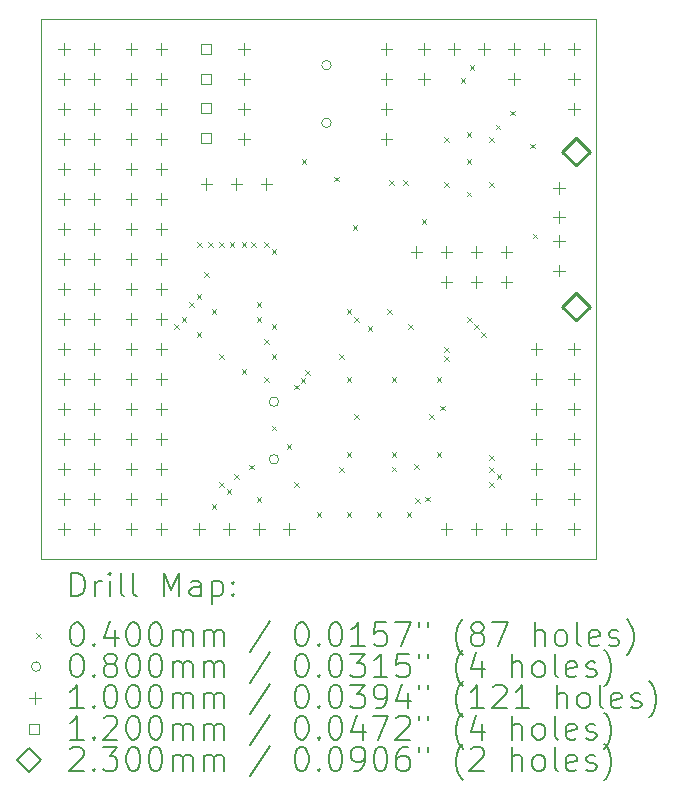
<source format=gbr>
%TF.GenerationSoftware,KiCad,Pcbnew,6.0.8-f2edbf62ab~116~ubuntu22.04.1*%
%TF.CreationDate,2022-10-13T10:44:43+02:00*%
%TF.ProjectId,Floppy emulator with OSD,466c6f70-7079-4206-956d-756c61746f72,0.2*%
%TF.SameCoordinates,Original*%
%TF.FileFunction,Drillmap*%
%TF.FilePolarity,Positive*%
%FSLAX45Y45*%
G04 Gerber Fmt 4.5, Leading zero omitted, Abs format (unit mm)*
G04 Created by KiCad (PCBNEW 6.0.8-f2edbf62ab~116~ubuntu22.04.1) date 2022-10-13 10:44:43*
%MOMM*%
%LPD*%
G01*
G04 APERTURE LIST*
%ADD10C,0.100000*%
%ADD11C,0.200000*%
%ADD12C,0.040000*%
%ADD13C,0.080000*%
%ADD14C,0.120000*%
%ADD15C,0.230000*%
G04 APERTURE END LIST*
D10*
X8699500Y-15240000D02*
X13398500Y-15240000D01*
X13398500Y-10668000D02*
X8699500Y-10668000D01*
X13398500Y-15240000D02*
X13398500Y-10668000D01*
X8699500Y-10668000D02*
X8699500Y-15240000D01*
D11*
D12*
X9822500Y-13251500D02*
X9862500Y-13291500D01*
X9862500Y-13251500D02*
X9822500Y-13291500D01*
X9886000Y-13188000D02*
X9926000Y-13228000D01*
X9926000Y-13188000D02*
X9886000Y-13228000D01*
X9949500Y-13061000D02*
X9989500Y-13101000D01*
X9989500Y-13061000D02*
X9949500Y-13101000D01*
X10013000Y-12997500D02*
X10053000Y-13037500D01*
X10053000Y-12997500D02*
X10013000Y-13037500D01*
X10013000Y-13315000D02*
X10053000Y-13355000D01*
X10053000Y-13315000D02*
X10013000Y-13355000D01*
X10019350Y-12553000D02*
X10059350Y-12593000D01*
X10059350Y-12553000D02*
X10019350Y-12593000D01*
X10076500Y-12807000D02*
X10116500Y-12847000D01*
X10116500Y-12807000D02*
X10076500Y-12847000D01*
X10108250Y-12553000D02*
X10148250Y-12593000D01*
X10148250Y-12553000D02*
X10108250Y-12593000D01*
X10140000Y-13124500D02*
X10180000Y-13164500D01*
X10180000Y-13124500D02*
X10140000Y-13164500D01*
X10140000Y-14775500D02*
X10180000Y-14815500D01*
X10180000Y-14775500D02*
X10140000Y-14815500D01*
X10203500Y-12553000D02*
X10243500Y-12593000D01*
X10243500Y-12553000D02*
X10203500Y-12593000D01*
X10203500Y-13505500D02*
X10243500Y-13545500D01*
X10243500Y-13505500D02*
X10203500Y-13545500D01*
X10203500Y-14585000D02*
X10243500Y-14625000D01*
X10243500Y-14585000D02*
X10203500Y-14625000D01*
X10267000Y-14648500D02*
X10307000Y-14688500D01*
X10307000Y-14648500D02*
X10267000Y-14688500D01*
X10292400Y-12553000D02*
X10332400Y-12593000D01*
X10332400Y-12553000D02*
X10292400Y-12593000D01*
X10330500Y-14521500D02*
X10370500Y-14561500D01*
X10370500Y-14521500D02*
X10330500Y-14561500D01*
X10394000Y-12553000D02*
X10434000Y-12593000D01*
X10434000Y-12553000D02*
X10394000Y-12593000D01*
X10394000Y-13632500D02*
X10434000Y-13672500D01*
X10434000Y-13632500D02*
X10394000Y-13672500D01*
X10457500Y-14438950D02*
X10497500Y-14478950D01*
X10497500Y-14438950D02*
X10457500Y-14478950D01*
X10476550Y-12553000D02*
X10516550Y-12593000D01*
X10516550Y-12553000D02*
X10476550Y-12593000D01*
X10521000Y-13061000D02*
X10561000Y-13101000D01*
X10561000Y-13061000D02*
X10521000Y-13101000D01*
X10521000Y-13188000D02*
X10561000Y-13228000D01*
X10561000Y-13188000D02*
X10521000Y-13228000D01*
X10521000Y-14712000D02*
X10561000Y-14752000D01*
X10561000Y-14712000D02*
X10521000Y-14752000D01*
X10584500Y-12553000D02*
X10624500Y-12593000D01*
X10624500Y-12553000D02*
X10584500Y-12593000D01*
X10584500Y-13378500D02*
X10624500Y-13418500D01*
X10624500Y-13378500D02*
X10584500Y-13418500D01*
X10584500Y-13696000D02*
X10624500Y-13736000D01*
X10624500Y-13696000D02*
X10584500Y-13736000D01*
X10648000Y-12616500D02*
X10688000Y-12656500D01*
X10688000Y-12616500D02*
X10648000Y-12656500D01*
X10648000Y-13251501D02*
X10688000Y-13291501D01*
X10688000Y-13251501D02*
X10648000Y-13291501D01*
X10648000Y-13505500D02*
X10688000Y-13545500D01*
X10688000Y-13505500D02*
X10648000Y-13545500D01*
X10648000Y-14108750D02*
X10688000Y-14148750D01*
X10688000Y-14108750D02*
X10648000Y-14148750D01*
X10775000Y-14267500D02*
X10815000Y-14307500D01*
X10815000Y-14267500D02*
X10775000Y-14307500D01*
X10836375Y-13761457D02*
X10876375Y-13801457D01*
X10876375Y-13761457D02*
X10836375Y-13801457D01*
X10838500Y-14585000D02*
X10878500Y-14625000D01*
X10878500Y-14585000D02*
X10838500Y-14625000D01*
X10895221Y-13707260D02*
X10935221Y-13747260D01*
X10935221Y-13707260D02*
X10895221Y-13747260D01*
X10902000Y-11854500D02*
X10942000Y-11894500D01*
X10942000Y-11854500D02*
X10902000Y-11894500D01*
X10932788Y-13636628D02*
X10972788Y-13676628D01*
X10972788Y-13636628D02*
X10932788Y-13676628D01*
X11029000Y-14839000D02*
X11069000Y-14879000D01*
X11069000Y-14839000D02*
X11029000Y-14879000D01*
X11175050Y-12000550D02*
X11215050Y-12040550D01*
X11215050Y-12000550D02*
X11175050Y-12040550D01*
X11219500Y-13505500D02*
X11259500Y-13545500D01*
X11259500Y-13505500D02*
X11219500Y-13545500D01*
X11219500Y-14458000D02*
X11259500Y-14498000D01*
X11259500Y-14458000D02*
X11219500Y-14498000D01*
X11282999Y-14839000D02*
X11322999Y-14879000D01*
X11322999Y-14839000D02*
X11282999Y-14879000D01*
X11283000Y-13124500D02*
X11323000Y-13164500D01*
X11323000Y-13124500D02*
X11283000Y-13164500D01*
X11283000Y-13696000D02*
X11323000Y-13736000D01*
X11323000Y-13696000D02*
X11283000Y-13736000D01*
X11283000Y-14331000D02*
X11323000Y-14371000D01*
X11323000Y-14331000D02*
X11283000Y-14371000D01*
X11333800Y-12413300D02*
X11373800Y-12453300D01*
X11373800Y-12413300D02*
X11333800Y-12453300D01*
X11346500Y-13188000D02*
X11386500Y-13228000D01*
X11386500Y-13188000D02*
X11346500Y-13228000D01*
X11346500Y-14013500D02*
X11386500Y-14053500D01*
X11386500Y-14013500D02*
X11346500Y-14053500D01*
X11460914Y-13264086D02*
X11500914Y-13304086D01*
X11500914Y-13264086D02*
X11460914Y-13304086D01*
X11537001Y-14839000D02*
X11577001Y-14879000D01*
X11577001Y-14839000D02*
X11537001Y-14879000D01*
X11625900Y-13124500D02*
X11665900Y-13164500D01*
X11665900Y-13124500D02*
X11625900Y-13164500D01*
X11644950Y-12032300D02*
X11684950Y-12072300D01*
X11684950Y-12032300D02*
X11644950Y-12072300D01*
X11663580Y-14456148D02*
X11703580Y-14496148D01*
X11703580Y-14456148D02*
X11663580Y-14496148D01*
X11664000Y-13696000D02*
X11704000Y-13736000D01*
X11704000Y-13696000D02*
X11664000Y-13736000D01*
X11664000Y-14331000D02*
X11704000Y-14371000D01*
X11704000Y-14331000D02*
X11664000Y-14371000D01*
X11761631Y-12032221D02*
X11801631Y-12072221D01*
X11801631Y-12032221D02*
X11761631Y-12072221D01*
X11791000Y-14839000D02*
X11831000Y-14879000D01*
X11831000Y-14839000D02*
X11791000Y-14879000D01*
X11801500Y-13251500D02*
X11841500Y-13291500D01*
X11841500Y-13251500D02*
X11801500Y-13291500D01*
X11854500Y-14432600D02*
X11894500Y-14472600D01*
X11894500Y-14432600D02*
X11854500Y-14472600D01*
X11860850Y-14724700D02*
X11900850Y-14764700D01*
X11900850Y-14724700D02*
X11860850Y-14764700D01*
X11918000Y-12362500D02*
X11958000Y-12402500D01*
X11958000Y-12362500D02*
X11918000Y-12402500D01*
X11950089Y-14709754D02*
X11990089Y-14749754D01*
X11990089Y-14709754D02*
X11950089Y-14749754D01*
X11981500Y-14013500D02*
X12021500Y-14053500D01*
X12021500Y-14013500D02*
X11981500Y-14053500D01*
X12045000Y-13696000D02*
X12085000Y-13736000D01*
X12085000Y-13696000D02*
X12045000Y-13736000D01*
X12045000Y-14331000D02*
X12085000Y-14371000D01*
X12085000Y-14331000D02*
X12045000Y-14371000D01*
X12075508Y-13940963D02*
X12115508Y-13980963D01*
X12115508Y-13940963D02*
X12075508Y-13980963D01*
X12108500Y-11664000D02*
X12148500Y-11704000D01*
X12148500Y-11664000D02*
X12108500Y-11704000D01*
X12108500Y-12045000D02*
X12148500Y-12085000D01*
X12148500Y-12045000D02*
X12108500Y-12085000D01*
X12108500Y-13442000D02*
X12148500Y-13482000D01*
X12148500Y-13442000D02*
X12108500Y-13482000D01*
X12108500Y-13522000D02*
X12148500Y-13562000D01*
X12148500Y-13522000D02*
X12108500Y-13562000D01*
X12247944Y-11168444D02*
X12287944Y-11208444D01*
X12287944Y-11168444D02*
X12247944Y-11208444D01*
X12299000Y-11622759D02*
X12339000Y-11662759D01*
X12339000Y-11622759D02*
X12299000Y-11662759D01*
X12299000Y-11854500D02*
X12339000Y-11894500D01*
X12339000Y-11854500D02*
X12299000Y-11894500D01*
X12299000Y-12127550D02*
X12339000Y-12167550D01*
X12339000Y-12127550D02*
X12299000Y-12167550D01*
X12305350Y-13188000D02*
X12345350Y-13228000D01*
X12345350Y-13188000D02*
X12305350Y-13228000D01*
X12324400Y-11054400D02*
X12364400Y-11094400D01*
X12364400Y-11054400D02*
X12324400Y-11094400D01*
X12362500Y-13251500D02*
X12402500Y-13291500D01*
X12402500Y-13251500D02*
X12362500Y-13291500D01*
X12419650Y-13315000D02*
X12459650Y-13355000D01*
X12459650Y-13315000D02*
X12419650Y-13355000D01*
X12489500Y-11664000D02*
X12529500Y-11704000D01*
X12529500Y-11664000D02*
X12489500Y-11704000D01*
X12489500Y-12045000D02*
X12529500Y-12085000D01*
X12529500Y-12045000D02*
X12489500Y-12085000D01*
X12489500Y-14356400D02*
X12529500Y-14396400D01*
X12529500Y-14356400D02*
X12489500Y-14396400D01*
X12489500Y-14458000D02*
X12529500Y-14498000D01*
X12529500Y-14458000D02*
X12489500Y-14498000D01*
X12489500Y-14585000D02*
X12529500Y-14625000D01*
X12529500Y-14585000D02*
X12489500Y-14625000D01*
X12545135Y-11560309D02*
X12585135Y-11600309D01*
X12585135Y-11560309D02*
X12545135Y-11600309D01*
X12553000Y-14521500D02*
X12593000Y-14561500D01*
X12593000Y-14521500D02*
X12553000Y-14561500D01*
X12667300Y-11441750D02*
X12707300Y-11481750D01*
X12707300Y-11441750D02*
X12667300Y-11481750D01*
X12838950Y-11722154D02*
X12878950Y-11762154D01*
X12878950Y-11722154D02*
X12838950Y-11762154D01*
X12857800Y-12483150D02*
X12897800Y-12523150D01*
X12897800Y-12483150D02*
X12857800Y-12523150D01*
D13*
X10708000Y-13906500D02*
G75*
G03*
X10708000Y-13906500I-40000J0D01*
G01*
X10708000Y-14394500D02*
G75*
G03*
X10708000Y-14394500I-40000J0D01*
G01*
X11152500Y-11058000D02*
G75*
G03*
X11152500Y-11058000I-40000J0D01*
G01*
X11152500Y-11546000D02*
G75*
G03*
X11152500Y-11546000I-40000J0D01*
G01*
D10*
X8890000Y-10872000D02*
X8890000Y-10972000D01*
X8840000Y-10922000D02*
X8940000Y-10922000D01*
X8890000Y-11126000D02*
X8890000Y-11226000D01*
X8840000Y-11176000D02*
X8940000Y-11176000D01*
X8890000Y-11380000D02*
X8890000Y-11480000D01*
X8840000Y-11430000D02*
X8940000Y-11430000D01*
X8890000Y-11634000D02*
X8890000Y-11734000D01*
X8840000Y-11684000D02*
X8940000Y-11684000D01*
X8890000Y-11888000D02*
X8890000Y-11988000D01*
X8840000Y-11938000D02*
X8940000Y-11938000D01*
X8890000Y-12142000D02*
X8890000Y-12242000D01*
X8840000Y-12192000D02*
X8940000Y-12192000D01*
X8890000Y-12396000D02*
X8890000Y-12496000D01*
X8840000Y-12446000D02*
X8940000Y-12446000D01*
X8890000Y-12650000D02*
X8890000Y-12750000D01*
X8840000Y-12700000D02*
X8940000Y-12700000D01*
X8890000Y-12904000D02*
X8890000Y-13004000D01*
X8840000Y-12954000D02*
X8940000Y-12954000D01*
X8890000Y-13158000D02*
X8890000Y-13258000D01*
X8840000Y-13208000D02*
X8940000Y-13208000D01*
X8890000Y-13412000D02*
X8890000Y-13512000D01*
X8840000Y-13462000D02*
X8940000Y-13462000D01*
X8890000Y-13666000D02*
X8890000Y-13766000D01*
X8840000Y-13716000D02*
X8940000Y-13716000D01*
X8890000Y-13920000D02*
X8890000Y-14020000D01*
X8840000Y-13970000D02*
X8940000Y-13970000D01*
X8890000Y-14174000D02*
X8890000Y-14274000D01*
X8840000Y-14224000D02*
X8940000Y-14224000D01*
X8890000Y-14428000D02*
X8890000Y-14528000D01*
X8840000Y-14478000D02*
X8940000Y-14478000D01*
X8890000Y-14682000D02*
X8890000Y-14782000D01*
X8840000Y-14732000D02*
X8940000Y-14732000D01*
X8890000Y-14936000D02*
X8890000Y-15036000D01*
X8840000Y-14986000D02*
X8940000Y-14986000D01*
X9144000Y-10872000D02*
X9144000Y-10972000D01*
X9094000Y-10922000D02*
X9194000Y-10922000D01*
X9144000Y-11126000D02*
X9144000Y-11226000D01*
X9094000Y-11176000D02*
X9194000Y-11176000D01*
X9144000Y-11380000D02*
X9144000Y-11480000D01*
X9094000Y-11430000D02*
X9194000Y-11430000D01*
X9144000Y-11634000D02*
X9144000Y-11734000D01*
X9094000Y-11684000D02*
X9194000Y-11684000D01*
X9144000Y-11888000D02*
X9144000Y-11988000D01*
X9094000Y-11938000D02*
X9194000Y-11938000D01*
X9144000Y-12142000D02*
X9144000Y-12242000D01*
X9094000Y-12192000D02*
X9194000Y-12192000D01*
X9144000Y-12396000D02*
X9144000Y-12496000D01*
X9094000Y-12446000D02*
X9194000Y-12446000D01*
X9144000Y-12650000D02*
X9144000Y-12750000D01*
X9094000Y-12700000D02*
X9194000Y-12700000D01*
X9144000Y-12904000D02*
X9144000Y-13004000D01*
X9094000Y-12954000D02*
X9194000Y-12954000D01*
X9144000Y-13158000D02*
X9144000Y-13258000D01*
X9094000Y-13208000D02*
X9194000Y-13208000D01*
X9144000Y-13412000D02*
X9144000Y-13512000D01*
X9094000Y-13462000D02*
X9194000Y-13462000D01*
X9144000Y-13666000D02*
X9144000Y-13766000D01*
X9094000Y-13716000D02*
X9194000Y-13716000D01*
X9144000Y-13920000D02*
X9144000Y-14020000D01*
X9094000Y-13970000D02*
X9194000Y-13970000D01*
X9144000Y-14174000D02*
X9144000Y-14274000D01*
X9094000Y-14224000D02*
X9194000Y-14224000D01*
X9144000Y-14428000D02*
X9144000Y-14528000D01*
X9094000Y-14478000D02*
X9194000Y-14478000D01*
X9144000Y-14682000D02*
X9144000Y-14782000D01*
X9094000Y-14732000D02*
X9194000Y-14732000D01*
X9144000Y-14936000D02*
X9144000Y-15036000D01*
X9094000Y-14986000D02*
X9194000Y-14986000D01*
X9461500Y-10872000D02*
X9461500Y-10972000D01*
X9411500Y-10922000D02*
X9511500Y-10922000D01*
X9461500Y-11126000D02*
X9461500Y-11226000D01*
X9411500Y-11176000D02*
X9511500Y-11176000D01*
X9461500Y-11380000D02*
X9461500Y-11480000D01*
X9411500Y-11430000D02*
X9511500Y-11430000D01*
X9461500Y-11634000D02*
X9461500Y-11734000D01*
X9411500Y-11684000D02*
X9511500Y-11684000D01*
X9461500Y-11888000D02*
X9461500Y-11988000D01*
X9411500Y-11938000D02*
X9511500Y-11938000D01*
X9461500Y-12142000D02*
X9461500Y-12242000D01*
X9411500Y-12192000D02*
X9511500Y-12192000D01*
X9461500Y-12396000D02*
X9461500Y-12496000D01*
X9411500Y-12446000D02*
X9511500Y-12446000D01*
X9461500Y-12650000D02*
X9461500Y-12750000D01*
X9411500Y-12700000D02*
X9511500Y-12700000D01*
X9461500Y-12904000D02*
X9461500Y-13004000D01*
X9411500Y-12954000D02*
X9511500Y-12954000D01*
X9461500Y-13158000D02*
X9461500Y-13258000D01*
X9411500Y-13208000D02*
X9511500Y-13208000D01*
X9461500Y-13412000D02*
X9461500Y-13512000D01*
X9411500Y-13462000D02*
X9511500Y-13462000D01*
X9461500Y-13666000D02*
X9461500Y-13766000D01*
X9411500Y-13716000D02*
X9511500Y-13716000D01*
X9461500Y-13920000D02*
X9461500Y-14020000D01*
X9411500Y-13970000D02*
X9511500Y-13970000D01*
X9461500Y-14174000D02*
X9461500Y-14274000D01*
X9411500Y-14224000D02*
X9511500Y-14224000D01*
X9461500Y-14428000D02*
X9461500Y-14528000D01*
X9411500Y-14478000D02*
X9511500Y-14478000D01*
X9461500Y-14682000D02*
X9461500Y-14782000D01*
X9411500Y-14732000D02*
X9511500Y-14732000D01*
X9461500Y-14936000D02*
X9461500Y-15036000D01*
X9411500Y-14986000D02*
X9511500Y-14986000D01*
X9715500Y-10872000D02*
X9715500Y-10972000D01*
X9665500Y-10922000D02*
X9765500Y-10922000D01*
X9715500Y-11126000D02*
X9715500Y-11226000D01*
X9665500Y-11176000D02*
X9765500Y-11176000D01*
X9715500Y-11380000D02*
X9715500Y-11480000D01*
X9665500Y-11430000D02*
X9765500Y-11430000D01*
X9715500Y-11634000D02*
X9715500Y-11734000D01*
X9665500Y-11684000D02*
X9765500Y-11684000D01*
X9715500Y-11888000D02*
X9715500Y-11988000D01*
X9665500Y-11938000D02*
X9765500Y-11938000D01*
X9715500Y-12142000D02*
X9715500Y-12242000D01*
X9665500Y-12192000D02*
X9765500Y-12192000D01*
X9715500Y-12396000D02*
X9715500Y-12496000D01*
X9665500Y-12446000D02*
X9765500Y-12446000D01*
X9715500Y-12650000D02*
X9715500Y-12750000D01*
X9665500Y-12700000D02*
X9765500Y-12700000D01*
X9715500Y-12904000D02*
X9715500Y-13004000D01*
X9665500Y-12954000D02*
X9765500Y-12954000D01*
X9715500Y-13158000D02*
X9715500Y-13258000D01*
X9665500Y-13208000D02*
X9765500Y-13208000D01*
X9715500Y-13412000D02*
X9715500Y-13512000D01*
X9665500Y-13462000D02*
X9765500Y-13462000D01*
X9715500Y-13666000D02*
X9715500Y-13766000D01*
X9665500Y-13716000D02*
X9765500Y-13716000D01*
X9715500Y-13920000D02*
X9715500Y-14020000D01*
X9665500Y-13970000D02*
X9765500Y-13970000D01*
X9715500Y-14174000D02*
X9715500Y-14274000D01*
X9665500Y-14224000D02*
X9765500Y-14224000D01*
X9715500Y-14428000D02*
X9715500Y-14528000D01*
X9665500Y-14478000D02*
X9765500Y-14478000D01*
X9715500Y-14682000D02*
X9715500Y-14782000D01*
X9665500Y-14732000D02*
X9765500Y-14732000D01*
X9715500Y-14936000D02*
X9715500Y-15036000D01*
X9665500Y-14986000D02*
X9765500Y-14986000D01*
X10033000Y-14936000D02*
X10033000Y-15036000D01*
X9983000Y-14986000D02*
X10083000Y-14986000D01*
X10096500Y-12015000D02*
X10096500Y-12115000D01*
X10046500Y-12065000D02*
X10146500Y-12065000D01*
X10287000Y-14936000D02*
X10287000Y-15036000D01*
X10237000Y-14986000D02*
X10337000Y-14986000D01*
X10350500Y-12015000D02*
X10350500Y-12115000D01*
X10300500Y-12065000D02*
X10400500Y-12065000D01*
X10414000Y-10872000D02*
X10414000Y-10972000D01*
X10364000Y-10922000D02*
X10464000Y-10922000D01*
X10414000Y-11126000D02*
X10414000Y-11226000D01*
X10364000Y-11176000D02*
X10464000Y-11176000D01*
X10414000Y-11380000D02*
X10414000Y-11480000D01*
X10364000Y-11430000D02*
X10464000Y-11430000D01*
X10414000Y-11634000D02*
X10414000Y-11734000D01*
X10364000Y-11684000D02*
X10464000Y-11684000D01*
X10541000Y-14936000D02*
X10541000Y-15036000D01*
X10491000Y-14986000D02*
X10591000Y-14986000D01*
X10604500Y-12015000D02*
X10604500Y-12115000D01*
X10554500Y-12065000D02*
X10654500Y-12065000D01*
X10795000Y-14936000D02*
X10795000Y-15036000D01*
X10745000Y-14986000D02*
X10845000Y-14986000D01*
X11620500Y-10873000D02*
X11620500Y-10973000D01*
X11570500Y-10923000D02*
X11670500Y-10923000D01*
X11620500Y-11127000D02*
X11620500Y-11227000D01*
X11570500Y-11177000D02*
X11670500Y-11177000D01*
X11620500Y-11381000D02*
X11620500Y-11481000D01*
X11570500Y-11431000D02*
X11670500Y-11431000D01*
X11620500Y-11635000D02*
X11620500Y-11735000D01*
X11570500Y-11685000D02*
X11670500Y-11685000D01*
X11874500Y-12586500D02*
X11874500Y-12686500D01*
X11824500Y-12636500D02*
X11924500Y-12636500D01*
X11938000Y-10872000D02*
X11938000Y-10972000D01*
X11888000Y-10922000D02*
X11988000Y-10922000D01*
X11938000Y-11126000D02*
X11938000Y-11226000D01*
X11888000Y-11176000D02*
X11988000Y-11176000D01*
X12128500Y-12586500D02*
X12128500Y-12686500D01*
X12078500Y-12636500D02*
X12178500Y-12636500D01*
X12128500Y-12840500D02*
X12128500Y-12940500D01*
X12078500Y-12890500D02*
X12178500Y-12890500D01*
X12128500Y-14936000D02*
X12128500Y-15036000D01*
X12078500Y-14986000D02*
X12178500Y-14986000D01*
X12192000Y-10872000D02*
X12192000Y-10972000D01*
X12142000Y-10922000D02*
X12242000Y-10922000D01*
X12382500Y-12586500D02*
X12382500Y-12686500D01*
X12332500Y-12636500D02*
X12432500Y-12636500D01*
X12382500Y-12840500D02*
X12382500Y-12940500D01*
X12332500Y-12890500D02*
X12432500Y-12890500D01*
X12382500Y-14936000D02*
X12382500Y-15036000D01*
X12332500Y-14986000D02*
X12432500Y-14986000D01*
X12446000Y-10872000D02*
X12446000Y-10972000D01*
X12396000Y-10922000D02*
X12496000Y-10922000D01*
X12636500Y-12586500D02*
X12636500Y-12686500D01*
X12586500Y-12636500D02*
X12686500Y-12636500D01*
X12636500Y-12840500D02*
X12636500Y-12940500D01*
X12586500Y-12890500D02*
X12686500Y-12890500D01*
X12636500Y-14936000D02*
X12636500Y-15036000D01*
X12586500Y-14986000D02*
X12686500Y-14986000D01*
X12700000Y-10872000D02*
X12700000Y-10972000D01*
X12650000Y-10922000D02*
X12750000Y-10922000D01*
X12700000Y-11126000D02*
X12700000Y-11226000D01*
X12650000Y-11176000D02*
X12750000Y-11176000D01*
X12890500Y-13412000D02*
X12890500Y-13512000D01*
X12840500Y-13462000D02*
X12940500Y-13462000D01*
X12890500Y-13666000D02*
X12890500Y-13766000D01*
X12840500Y-13716000D02*
X12940500Y-13716000D01*
X12890500Y-13920000D02*
X12890500Y-14020000D01*
X12840500Y-13970000D02*
X12940500Y-13970000D01*
X12890500Y-14174000D02*
X12890500Y-14274000D01*
X12840500Y-14224000D02*
X12940500Y-14224000D01*
X12890500Y-14428000D02*
X12890500Y-14528000D01*
X12840500Y-14478000D02*
X12940500Y-14478000D01*
X12890500Y-14682000D02*
X12890500Y-14782000D01*
X12840500Y-14732000D02*
X12940500Y-14732000D01*
X12890500Y-14936000D02*
X12890500Y-15036000D01*
X12840500Y-14986000D02*
X12940500Y-14986000D01*
X12954000Y-10872000D02*
X12954000Y-10972000D01*
X12904000Y-10922000D02*
X13004000Y-10922000D01*
X13081000Y-12046000D02*
X13081000Y-12146000D01*
X13031000Y-12096000D02*
X13131000Y-12096000D01*
X13081000Y-12296000D02*
X13081000Y-12396000D01*
X13031000Y-12346000D02*
X13131000Y-12346000D01*
X13081000Y-12496000D02*
X13081000Y-12596000D01*
X13031000Y-12546000D02*
X13131000Y-12546000D01*
X13081000Y-12746000D02*
X13081000Y-12846000D01*
X13031000Y-12796000D02*
X13131000Y-12796000D01*
X13208000Y-10872000D02*
X13208000Y-10972000D01*
X13158000Y-10922000D02*
X13258000Y-10922000D01*
X13208000Y-11126000D02*
X13208000Y-11226000D01*
X13158000Y-11176000D02*
X13258000Y-11176000D01*
X13208000Y-11380000D02*
X13208000Y-11480000D01*
X13158000Y-11430000D02*
X13258000Y-11430000D01*
X13208000Y-13412000D02*
X13208000Y-13512000D01*
X13158000Y-13462000D02*
X13258000Y-13462000D01*
X13208000Y-13666000D02*
X13208000Y-13766000D01*
X13158000Y-13716000D02*
X13258000Y-13716000D01*
X13208000Y-13920000D02*
X13208000Y-14020000D01*
X13158000Y-13970000D02*
X13258000Y-13970000D01*
X13208000Y-14174000D02*
X13208000Y-14274000D01*
X13158000Y-14224000D02*
X13258000Y-14224000D01*
X13208000Y-14428000D02*
X13208000Y-14528000D01*
X13158000Y-14478000D02*
X13258000Y-14478000D01*
X13208000Y-14682000D02*
X13208000Y-14782000D01*
X13158000Y-14732000D02*
X13258000Y-14732000D01*
X13208000Y-14936000D02*
X13208000Y-15036000D01*
X13158000Y-14986000D02*
X13258000Y-14986000D01*
D14*
X10138927Y-10964427D02*
X10138927Y-10879573D01*
X10054073Y-10879573D01*
X10054073Y-10964427D01*
X10138927Y-10964427D01*
X10138927Y-11214427D02*
X10138927Y-11129573D01*
X10054073Y-11129573D01*
X10054073Y-11214427D01*
X10138927Y-11214427D01*
X10138927Y-11464427D02*
X10138927Y-11379573D01*
X10054073Y-11379573D01*
X10054073Y-11464427D01*
X10138927Y-11464427D01*
X10138927Y-11714427D02*
X10138927Y-11629573D01*
X10054073Y-11629573D01*
X10054073Y-11714427D01*
X10138927Y-11714427D01*
D15*
X13226000Y-11904000D02*
X13341000Y-11789000D01*
X13226000Y-11674000D01*
X13111000Y-11789000D01*
X13226000Y-11904000D01*
X13226000Y-13218000D02*
X13341000Y-13103000D01*
X13226000Y-12988000D01*
X13111000Y-13103000D01*
X13226000Y-13218000D01*
D11*
X8952119Y-15555476D02*
X8952119Y-15355476D01*
X8999738Y-15355476D01*
X9028310Y-15365000D01*
X9047357Y-15384048D01*
X9056881Y-15403095D01*
X9066405Y-15441190D01*
X9066405Y-15469762D01*
X9056881Y-15507857D01*
X9047357Y-15526905D01*
X9028310Y-15545952D01*
X8999738Y-15555476D01*
X8952119Y-15555476D01*
X9152119Y-15555476D02*
X9152119Y-15422143D01*
X9152119Y-15460238D02*
X9161643Y-15441190D01*
X9171167Y-15431667D01*
X9190214Y-15422143D01*
X9209262Y-15422143D01*
X9275929Y-15555476D02*
X9275929Y-15422143D01*
X9275929Y-15355476D02*
X9266405Y-15365000D01*
X9275929Y-15374524D01*
X9285452Y-15365000D01*
X9275929Y-15355476D01*
X9275929Y-15374524D01*
X9399738Y-15555476D02*
X9380690Y-15545952D01*
X9371167Y-15526905D01*
X9371167Y-15355476D01*
X9504500Y-15555476D02*
X9485452Y-15545952D01*
X9475929Y-15526905D01*
X9475929Y-15355476D01*
X9733071Y-15555476D02*
X9733071Y-15355476D01*
X9799738Y-15498333D01*
X9866405Y-15355476D01*
X9866405Y-15555476D01*
X10047357Y-15555476D02*
X10047357Y-15450714D01*
X10037833Y-15431667D01*
X10018786Y-15422143D01*
X9980690Y-15422143D01*
X9961643Y-15431667D01*
X10047357Y-15545952D02*
X10028310Y-15555476D01*
X9980690Y-15555476D01*
X9961643Y-15545952D01*
X9952119Y-15526905D01*
X9952119Y-15507857D01*
X9961643Y-15488809D01*
X9980690Y-15479286D01*
X10028310Y-15479286D01*
X10047357Y-15469762D01*
X10142595Y-15422143D02*
X10142595Y-15622143D01*
X10142595Y-15431667D02*
X10161643Y-15422143D01*
X10199738Y-15422143D01*
X10218786Y-15431667D01*
X10228310Y-15441190D01*
X10237833Y-15460238D01*
X10237833Y-15517381D01*
X10228310Y-15536428D01*
X10218786Y-15545952D01*
X10199738Y-15555476D01*
X10161643Y-15555476D01*
X10142595Y-15545952D01*
X10323548Y-15536428D02*
X10333071Y-15545952D01*
X10323548Y-15555476D01*
X10314024Y-15545952D01*
X10323548Y-15536428D01*
X10323548Y-15555476D01*
X10323548Y-15431667D02*
X10333071Y-15441190D01*
X10323548Y-15450714D01*
X10314024Y-15441190D01*
X10323548Y-15431667D01*
X10323548Y-15450714D01*
D12*
X8654500Y-15865000D02*
X8694500Y-15905000D01*
X8694500Y-15865000D02*
X8654500Y-15905000D01*
D11*
X8990214Y-15775476D02*
X9009262Y-15775476D01*
X9028310Y-15785000D01*
X9037833Y-15794524D01*
X9047357Y-15813571D01*
X9056881Y-15851667D01*
X9056881Y-15899286D01*
X9047357Y-15937381D01*
X9037833Y-15956428D01*
X9028310Y-15965952D01*
X9009262Y-15975476D01*
X8990214Y-15975476D01*
X8971167Y-15965952D01*
X8961643Y-15956428D01*
X8952119Y-15937381D01*
X8942595Y-15899286D01*
X8942595Y-15851667D01*
X8952119Y-15813571D01*
X8961643Y-15794524D01*
X8971167Y-15785000D01*
X8990214Y-15775476D01*
X9142595Y-15956428D02*
X9152119Y-15965952D01*
X9142595Y-15975476D01*
X9133071Y-15965952D01*
X9142595Y-15956428D01*
X9142595Y-15975476D01*
X9323548Y-15842143D02*
X9323548Y-15975476D01*
X9275929Y-15765952D02*
X9228310Y-15908809D01*
X9352119Y-15908809D01*
X9466405Y-15775476D02*
X9485452Y-15775476D01*
X9504500Y-15785000D01*
X9514024Y-15794524D01*
X9523548Y-15813571D01*
X9533071Y-15851667D01*
X9533071Y-15899286D01*
X9523548Y-15937381D01*
X9514024Y-15956428D01*
X9504500Y-15965952D01*
X9485452Y-15975476D01*
X9466405Y-15975476D01*
X9447357Y-15965952D01*
X9437833Y-15956428D01*
X9428310Y-15937381D01*
X9418786Y-15899286D01*
X9418786Y-15851667D01*
X9428310Y-15813571D01*
X9437833Y-15794524D01*
X9447357Y-15785000D01*
X9466405Y-15775476D01*
X9656881Y-15775476D02*
X9675929Y-15775476D01*
X9694976Y-15785000D01*
X9704500Y-15794524D01*
X9714024Y-15813571D01*
X9723548Y-15851667D01*
X9723548Y-15899286D01*
X9714024Y-15937381D01*
X9704500Y-15956428D01*
X9694976Y-15965952D01*
X9675929Y-15975476D01*
X9656881Y-15975476D01*
X9637833Y-15965952D01*
X9628310Y-15956428D01*
X9618786Y-15937381D01*
X9609262Y-15899286D01*
X9609262Y-15851667D01*
X9618786Y-15813571D01*
X9628310Y-15794524D01*
X9637833Y-15785000D01*
X9656881Y-15775476D01*
X9809262Y-15975476D02*
X9809262Y-15842143D01*
X9809262Y-15861190D02*
X9818786Y-15851667D01*
X9837833Y-15842143D01*
X9866405Y-15842143D01*
X9885452Y-15851667D01*
X9894976Y-15870714D01*
X9894976Y-15975476D01*
X9894976Y-15870714D02*
X9904500Y-15851667D01*
X9923548Y-15842143D01*
X9952119Y-15842143D01*
X9971167Y-15851667D01*
X9980690Y-15870714D01*
X9980690Y-15975476D01*
X10075929Y-15975476D02*
X10075929Y-15842143D01*
X10075929Y-15861190D02*
X10085452Y-15851667D01*
X10104500Y-15842143D01*
X10133071Y-15842143D01*
X10152119Y-15851667D01*
X10161643Y-15870714D01*
X10161643Y-15975476D01*
X10161643Y-15870714D02*
X10171167Y-15851667D01*
X10190214Y-15842143D01*
X10218786Y-15842143D01*
X10237833Y-15851667D01*
X10247357Y-15870714D01*
X10247357Y-15975476D01*
X10637833Y-15765952D02*
X10466405Y-16023095D01*
X10894976Y-15775476D02*
X10914024Y-15775476D01*
X10933071Y-15785000D01*
X10942595Y-15794524D01*
X10952119Y-15813571D01*
X10961643Y-15851667D01*
X10961643Y-15899286D01*
X10952119Y-15937381D01*
X10942595Y-15956428D01*
X10933071Y-15965952D01*
X10914024Y-15975476D01*
X10894976Y-15975476D01*
X10875929Y-15965952D01*
X10866405Y-15956428D01*
X10856881Y-15937381D01*
X10847357Y-15899286D01*
X10847357Y-15851667D01*
X10856881Y-15813571D01*
X10866405Y-15794524D01*
X10875929Y-15785000D01*
X10894976Y-15775476D01*
X11047357Y-15956428D02*
X11056881Y-15965952D01*
X11047357Y-15975476D01*
X11037833Y-15965952D01*
X11047357Y-15956428D01*
X11047357Y-15975476D01*
X11180690Y-15775476D02*
X11199738Y-15775476D01*
X11218786Y-15785000D01*
X11228309Y-15794524D01*
X11237833Y-15813571D01*
X11247357Y-15851667D01*
X11247357Y-15899286D01*
X11237833Y-15937381D01*
X11228309Y-15956428D01*
X11218786Y-15965952D01*
X11199738Y-15975476D01*
X11180690Y-15975476D01*
X11161643Y-15965952D01*
X11152119Y-15956428D01*
X11142595Y-15937381D01*
X11133071Y-15899286D01*
X11133071Y-15851667D01*
X11142595Y-15813571D01*
X11152119Y-15794524D01*
X11161643Y-15785000D01*
X11180690Y-15775476D01*
X11437833Y-15975476D02*
X11323548Y-15975476D01*
X11380690Y-15975476D02*
X11380690Y-15775476D01*
X11361643Y-15804048D01*
X11342595Y-15823095D01*
X11323548Y-15832619D01*
X11618786Y-15775476D02*
X11523548Y-15775476D01*
X11514024Y-15870714D01*
X11523548Y-15861190D01*
X11542595Y-15851667D01*
X11590214Y-15851667D01*
X11609262Y-15861190D01*
X11618786Y-15870714D01*
X11628309Y-15889762D01*
X11628309Y-15937381D01*
X11618786Y-15956428D01*
X11609262Y-15965952D01*
X11590214Y-15975476D01*
X11542595Y-15975476D01*
X11523548Y-15965952D01*
X11514024Y-15956428D01*
X11694976Y-15775476D02*
X11828309Y-15775476D01*
X11742595Y-15975476D01*
X11894976Y-15775476D02*
X11894976Y-15813571D01*
X11971167Y-15775476D02*
X11971167Y-15813571D01*
X12266405Y-16051667D02*
X12256881Y-16042143D01*
X12237833Y-16013571D01*
X12228309Y-15994524D01*
X12218786Y-15965952D01*
X12209262Y-15918333D01*
X12209262Y-15880238D01*
X12218786Y-15832619D01*
X12228309Y-15804048D01*
X12237833Y-15785000D01*
X12256881Y-15756428D01*
X12266405Y-15746905D01*
X12371167Y-15861190D02*
X12352119Y-15851667D01*
X12342595Y-15842143D01*
X12333071Y-15823095D01*
X12333071Y-15813571D01*
X12342595Y-15794524D01*
X12352119Y-15785000D01*
X12371167Y-15775476D01*
X12409262Y-15775476D01*
X12428309Y-15785000D01*
X12437833Y-15794524D01*
X12447357Y-15813571D01*
X12447357Y-15823095D01*
X12437833Y-15842143D01*
X12428309Y-15851667D01*
X12409262Y-15861190D01*
X12371167Y-15861190D01*
X12352119Y-15870714D01*
X12342595Y-15880238D01*
X12333071Y-15899286D01*
X12333071Y-15937381D01*
X12342595Y-15956428D01*
X12352119Y-15965952D01*
X12371167Y-15975476D01*
X12409262Y-15975476D01*
X12428309Y-15965952D01*
X12437833Y-15956428D01*
X12447357Y-15937381D01*
X12447357Y-15899286D01*
X12437833Y-15880238D01*
X12428309Y-15870714D01*
X12409262Y-15861190D01*
X12514024Y-15775476D02*
X12647357Y-15775476D01*
X12561643Y-15975476D01*
X12875928Y-15975476D02*
X12875928Y-15775476D01*
X12961643Y-15975476D02*
X12961643Y-15870714D01*
X12952119Y-15851667D01*
X12933071Y-15842143D01*
X12904500Y-15842143D01*
X12885452Y-15851667D01*
X12875928Y-15861190D01*
X13085452Y-15975476D02*
X13066405Y-15965952D01*
X13056881Y-15956428D01*
X13047357Y-15937381D01*
X13047357Y-15880238D01*
X13056881Y-15861190D01*
X13066405Y-15851667D01*
X13085452Y-15842143D01*
X13114024Y-15842143D01*
X13133071Y-15851667D01*
X13142595Y-15861190D01*
X13152119Y-15880238D01*
X13152119Y-15937381D01*
X13142595Y-15956428D01*
X13133071Y-15965952D01*
X13114024Y-15975476D01*
X13085452Y-15975476D01*
X13266405Y-15975476D02*
X13247357Y-15965952D01*
X13237833Y-15946905D01*
X13237833Y-15775476D01*
X13418786Y-15965952D02*
X13399738Y-15975476D01*
X13361643Y-15975476D01*
X13342595Y-15965952D01*
X13333071Y-15946905D01*
X13333071Y-15870714D01*
X13342595Y-15851667D01*
X13361643Y-15842143D01*
X13399738Y-15842143D01*
X13418786Y-15851667D01*
X13428309Y-15870714D01*
X13428309Y-15889762D01*
X13333071Y-15908809D01*
X13504500Y-15965952D02*
X13523548Y-15975476D01*
X13561643Y-15975476D01*
X13580690Y-15965952D01*
X13590214Y-15946905D01*
X13590214Y-15937381D01*
X13580690Y-15918333D01*
X13561643Y-15908809D01*
X13533071Y-15908809D01*
X13514024Y-15899286D01*
X13504500Y-15880238D01*
X13504500Y-15870714D01*
X13514024Y-15851667D01*
X13533071Y-15842143D01*
X13561643Y-15842143D01*
X13580690Y-15851667D01*
X13656881Y-16051667D02*
X13666405Y-16042143D01*
X13685452Y-16013571D01*
X13694976Y-15994524D01*
X13704500Y-15965952D01*
X13714024Y-15918333D01*
X13714024Y-15880238D01*
X13704500Y-15832619D01*
X13694976Y-15804048D01*
X13685452Y-15785000D01*
X13666405Y-15756428D01*
X13656881Y-15746905D01*
D13*
X8694500Y-16149000D02*
G75*
G03*
X8694500Y-16149000I-40000J0D01*
G01*
D11*
X8990214Y-16039476D02*
X9009262Y-16039476D01*
X9028310Y-16049000D01*
X9037833Y-16058524D01*
X9047357Y-16077571D01*
X9056881Y-16115667D01*
X9056881Y-16163286D01*
X9047357Y-16201381D01*
X9037833Y-16220428D01*
X9028310Y-16229952D01*
X9009262Y-16239476D01*
X8990214Y-16239476D01*
X8971167Y-16229952D01*
X8961643Y-16220428D01*
X8952119Y-16201381D01*
X8942595Y-16163286D01*
X8942595Y-16115667D01*
X8952119Y-16077571D01*
X8961643Y-16058524D01*
X8971167Y-16049000D01*
X8990214Y-16039476D01*
X9142595Y-16220428D02*
X9152119Y-16229952D01*
X9142595Y-16239476D01*
X9133071Y-16229952D01*
X9142595Y-16220428D01*
X9142595Y-16239476D01*
X9266405Y-16125190D02*
X9247357Y-16115667D01*
X9237833Y-16106143D01*
X9228310Y-16087095D01*
X9228310Y-16077571D01*
X9237833Y-16058524D01*
X9247357Y-16049000D01*
X9266405Y-16039476D01*
X9304500Y-16039476D01*
X9323548Y-16049000D01*
X9333071Y-16058524D01*
X9342595Y-16077571D01*
X9342595Y-16087095D01*
X9333071Y-16106143D01*
X9323548Y-16115667D01*
X9304500Y-16125190D01*
X9266405Y-16125190D01*
X9247357Y-16134714D01*
X9237833Y-16144238D01*
X9228310Y-16163286D01*
X9228310Y-16201381D01*
X9237833Y-16220428D01*
X9247357Y-16229952D01*
X9266405Y-16239476D01*
X9304500Y-16239476D01*
X9323548Y-16229952D01*
X9333071Y-16220428D01*
X9342595Y-16201381D01*
X9342595Y-16163286D01*
X9333071Y-16144238D01*
X9323548Y-16134714D01*
X9304500Y-16125190D01*
X9466405Y-16039476D02*
X9485452Y-16039476D01*
X9504500Y-16049000D01*
X9514024Y-16058524D01*
X9523548Y-16077571D01*
X9533071Y-16115667D01*
X9533071Y-16163286D01*
X9523548Y-16201381D01*
X9514024Y-16220428D01*
X9504500Y-16229952D01*
X9485452Y-16239476D01*
X9466405Y-16239476D01*
X9447357Y-16229952D01*
X9437833Y-16220428D01*
X9428310Y-16201381D01*
X9418786Y-16163286D01*
X9418786Y-16115667D01*
X9428310Y-16077571D01*
X9437833Y-16058524D01*
X9447357Y-16049000D01*
X9466405Y-16039476D01*
X9656881Y-16039476D02*
X9675929Y-16039476D01*
X9694976Y-16049000D01*
X9704500Y-16058524D01*
X9714024Y-16077571D01*
X9723548Y-16115667D01*
X9723548Y-16163286D01*
X9714024Y-16201381D01*
X9704500Y-16220428D01*
X9694976Y-16229952D01*
X9675929Y-16239476D01*
X9656881Y-16239476D01*
X9637833Y-16229952D01*
X9628310Y-16220428D01*
X9618786Y-16201381D01*
X9609262Y-16163286D01*
X9609262Y-16115667D01*
X9618786Y-16077571D01*
X9628310Y-16058524D01*
X9637833Y-16049000D01*
X9656881Y-16039476D01*
X9809262Y-16239476D02*
X9809262Y-16106143D01*
X9809262Y-16125190D02*
X9818786Y-16115667D01*
X9837833Y-16106143D01*
X9866405Y-16106143D01*
X9885452Y-16115667D01*
X9894976Y-16134714D01*
X9894976Y-16239476D01*
X9894976Y-16134714D02*
X9904500Y-16115667D01*
X9923548Y-16106143D01*
X9952119Y-16106143D01*
X9971167Y-16115667D01*
X9980690Y-16134714D01*
X9980690Y-16239476D01*
X10075929Y-16239476D02*
X10075929Y-16106143D01*
X10075929Y-16125190D02*
X10085452Y-16115667D01*
X10104500Y-16106143D01*
X10133071Y-16106143D01*
X10152119Y-16115667D01*
X10161643Y-16134714D01*
X10161643Y-16239476D01*
X10161643Y-16134714D02*
X10171167Y-16115667D01*
X10190214Y-16106143D01*
X10218786Y-16106143D01*
X10237833Y-16115667D01*
X10247357Y-16134714D01*
X10247357Y-16239476D01*
X10637833Y-16029952D02*
X10466405Y-16287095D01*
X10894976Y-16039476D02*
X10914024Y-16039476D01*
X10933071Y-16049000D01*
X10942595Y-16058524D01*
X10952119Y-16077571D01*
X10961643Y-16115667D01*
X10961643Y-16163286D01*
X10952119Y-16201381D01*
X10942595Y-16220428D01*
X10933071Y-16229952D01*
X10914024Y-16239476D01*
X10894976Y-16239476D01*
X10875929Y-16229952D01*
X10866405Y-16220428D01*
X10856881Y-16201381D01*
X10847357Y-16163286D01*
X10847357Y-16115667D01*
X10856881Y-16077571D01*
X10866405Y-16058524D01*
X10875929Y-16049000D01*
X10894976Y-16039476D01*
X11047357Y-16220428D02*
X11056881Y-16229952D01*
X11047357Y-16239476D01*
X11037833Y-16229952D01*
X11047357Y-16220428D01*
X11047357Y-16239476D01*
X11180690Y-16039476D02*
X11199738Y-16039476D01*
X11218786Y-16049000D01*
X11228309Y-16058524D01*
X11237833Y-16077571D01*
X11247357Y-16115667D01*
X11247357Y-16163286D01*
X11237833Y-16201381D01*
X11228309Y-16220428D01*
X11218786Y-16229952D01*
X11199738Y-16239476D01*
X11180690Y-16239476D01*
X11161643Y-16229952D01*
X11152119Y-16220428D01*
X11142595Y-16201381D01*
X11133071Y-16163286D01*
X11133071Y-16115667D01*
X11142595Y-16077571D01*
X11152119Y-16058524D01*
X11161643Y-16049000D01*
X11180690Y-16039476D01*
X11314024Y-16039476D02*
X11437833Y-16039476D01*
X11371167Y-16115667D01*
X11399738Y-16115667D01*
X11418786Y-16125190D01*
X11428309Y-16134714D01*
X11437833Y-16153762D01*
X11437833Y-16201381D01*
X11428309Y-16220428D01*
X11418786Y-16229952D01*
X11399738Y-16239476D01*
X11342595Y-16239476D01*
X11323548Y-16229952D01*
X11314024Y-16220428D01*
X11628309Y-16239476D02*
X11514024Y-16239476D01*
X11571167Y-16239476D02*
X11571167Y-16039476D01*
X11552119Y-16068048D01*
X11533071Y-16087095D01*
X11514024Y-16096619D01*
X11809262Y-16039476D02*
X11714024Y-16039476D01*
X11704500Y-16134714D01*
X11714024Y-16125190D01*
X11733071Y-16115667D01*
X11780690Y-16115667D01*
X11799738Y-16125190D01*
X11809262Y-16134714D01*
X11818786Y-16153762D01*
X11818786Y-16201381D01*
X11809262Y-16220428D01*
X11799738Y-16229952D01*
X11780690Y-16239476D01*
X11733071Y-16239476D01*
X11714024Y-16229952D01*
X11704500Y-16220428D01*
X11894976Y-16039476D02*
X11894976Y-16077571D01*
X11971167Y-16039476D02*
X11971167Y-16077571D01*
X12266405Y-16315667D02*
X12256881Y-16306143D01*
X12237833Y-16277571D01*
X12228309Y-16258524D01*
X12218786Y-16229952D01*
X12209262Y-16182333D01*
X12209262Y-16144238D01*
X12218786Y-16096619D01*
X12228309Y-16068048D01*
X12237833Y-16049000D01*
X12256881Y-16020428D01*
X12266405Y-16010905D01*
X12428309Y-16106143D02*
X12428309Y-16239476D01*
X12380690Y-16029952D02*
X12333071Y-16172809D01*
X12456881Y-16172809D01*
X12685452Y-16239476D02*
X12685452Y-16039476D01*
X12771167Y-16239476D02*
X12771167Y-16134714D01*
X12761643Y-16115667D01*
X12742595Y-16106143D01*
X12714024Y-16106143D01*
X12694976Y-16115667D01*
X12685452Y-16125190D01*
X12894976Y-16239476D02*
X12875928Y-16229952D01*
X12866405Y-16220428D01*
X12856881Y-16201381D01*
X12856881Y-16144238D01*
X12866405Y-16125190D01*
X12875928Y-16115667D01*
X12894976Y-16106143D01*
X12923548Y-16106143D01*
X12942595Y-16115667D01*
X12952119Y-16125190D01*
X12961643Y-16144238D01*
X12961643Y-16201381D01*
X12952119Y-16220428D01*
X12942595Y-16229952D01*
X12923548Y-16239476D01*
X12894976Y-16239476D01*
X13075928Y-16239476D02*
X13056881Y-16229952D01*
X13047357Y-16210905D01*
X13047357Y-16039476D01*
X13228309Y-16229952D02*
X13209262Y-16239476D01*
X13171167Y-16239476D01*
X13152119Y-16229952D01*
X13142595Y-16210905D01*
X13142595Y-16134714D01*
X13152119Y-16115667D01*
X13171167Y-16106143D01*
X13209262Y-16106143D01*
X13228309Y-16115667D01*
X13237833Y-16134714D01*
X13237833Y-16153762D01*
X13142595Y-16172809D01*
X13314024Y-16229952D02*
X13333071Y-16239476D01*
X13371167Y-16239476D01*
X13390214Y-16229952D01*
X13399738Y-16210905D01*
X13399738Y-16201381D01*
X13390214Y-16182333D01*
X13371167Y-16172809D01*
X13342595Y-16172809D01*
X13323548Y-16163286D01*
X13314024Y-16144238D01*
X13314024Y-16134714D01*
X13323548Y-16115667D01*
X13342595Y-16106143D01*
X13371167Y-16106143D01*
X13390214Y-16115667D01*
X13466405Y-16315667D02*
X13475928Y-16306143D01*
X13494976Y-16277571D01*
X13504500Y-16258524D01*
X13514024Y-16229952D01*
X13523548Y-16182333D01*
X13523548Y-16144238D01*
X13514024Y-16096619D01*
X13504500Y-16068048D01*
X13494976Y-16049000D01*
X13475928Y-16020428D01*
X13466405Y-16010905D01*
D10*
X8644500Y-16363000D02*
X8644500Y-16463000D01*
X8594500Y-16413000D02*
X8694500Y-16413000D01*
D11*
X9056881Y-16503476D02*
X8942595Y-16503476D01*
X8999738Y-16503476D02*
X8999738Y-16303476D01*
X8980690Y-16332048D01*
X8961643Y-16351095D01*
X8942595Y-16360619D01*
X9142595Y-16484428D02*
X9152119Y-16493952D01*
X9142595Y-16503476D01*
X9133071Y-16493952D01*
X9142595Y-16484428D01*
X9142595Y-16503476D01*
X9275929Y-16303476D02*
X9294976Y-16303476D01*
X9314024Y-16313000D01*
X9323548Y-16322524D01*
X9333071Y-16341571D01*
X9342595Y-16379667D01*
X9342595Y-16427286D01*
X9333071Y-16465381D01*
X9323548Y-16484428D01*
X9314024Y-16493952D01*
X9294976Y-16503476D01*
X9275929Y-16503476D01*
X9256881Y-16493952D01*
X9247357Y-16484428D01*
X9237833Y-16465381D01*
X9228310Y-16427286D01*
X9228310Y-16379667D01*
X9237833Y-16341571D01*
X9247357Y-16322524D01*
X9256881Y-16313000D01*
X9275929Y-16303476D01*
X9466405Y-16303476D02*
X9485452Y-16303476D01*
X9504500Y-16313000D01*
X9514024Y-16322524D01*
X9523548Y-16341571D01*
X9533071Y-16379667D01*
X9533071Y-16427286D01*
X9523548Y-16465381D01*
X9514024Y-16484428D01*
X9504500Y-16493952D01*
X9485452Y-16503476D01*
X9466405Y-16503476D01*
X9447357Y-16493952D01*
X9437833Y-16484428D01*
X9428310Y-16465381D01*
X9418786Y-16427286D01*
X9418786Y-16379667D01*
X9428310Y-16341571D01*
X9437833Y-16322524D01*
X9447357Y-16313000D01*
X9466405Y-16303476D01*
X9656881Y-16303476D02*
X9675929Y-16303476D01*
X9694976Y-16313000D01*
X9704500Y-16322524D01*
X9714024Y-16341571D01*
X9723548Y-16379667D01*
X9723548Y-16427286D01*
X9714024Y-16465381D01*
X9704500Y-16484428D01*
X9694976Y-16493952D01*
X9675929Y-16503476D01*
X9656881Y-16503476D01*
X9637833Y-16493952D01*
X9628310Y-16484428D01*
X9618786Y-16465381D01*
X9609262Y-16427286D01*
X9609262Y-16379667D01*
X9618786Y-16341571D01*
X9628310Y-16322524D01*
X9637833Y-16313000D01*
X9656881Y-16303476D01*
X9809262Y-16503476D02*
X9809262Y-16370143D01*
X9809262Y-16389190D02*
X9818786Y-16379667D01*
X9837833Y-16370143D01*
X9866405Y-16370143D01*
X9885452Y-16379667D01*
X9894976Y-16398714D01*
X9894976Y-16503476D01*
X9894976Y-16398714D02*
X9904500Y-16379667D01*
X9923548Y-16370143D01*
X9952119Y-16370143D01*
X9971167Y-16379667D01*
X9980690Y-16398714D01*
X9980690Y-16503476D01*
X10075929Y-16503476D02*
X10075929Y-16370143D01*
X10075929Y-16389190D02*
X10085452Y-16379667D01*
X10104500Y-16370143D01*
X10133071Y-16370143D01*
X10152119Y-16379667D01*
X10161643Y-16398714D01*
X10161643Y-16503476D01*
X10161643Y-16398714D02*
X10171167Y-16379667D01*
X10190214Y-16370143D01*
X10218786Y-16370143D01*
X10237833Y-16379667D01*
X10247357Y-16398714D01*
X10247357Y-16503476D01*
X10637833Y-16293952D02*
X10466405Y-16551095D01*
X10894976Y-16303476D02*
X10914024Y-16303476D01*
X10933071Y-16313000D01*
X10942595Y-16322524D01*
X10952119Y-16341571D01*
X10961643Y-16379667D01*
X10961643Y-16427286D01*
X10952119Y-16465381D01*
X10942595Y-16484428D01*
X10933071Y-16493952D01*
X10914024Y-16503476D01*
X10894976Y-16503476D01*
X10875929Y-16493952D01*
X10866405Y-16484428D01*
X10856881Y-16465381D01*
X10847357Y-16427286D01*
X10847357Y-16379667D01*
X10856881Y-16341571D01*
X10866405Y-16322524D01*
X10875929Y-16313000D01*
X10894976Y-16303476D01*
X11047357Y-16484428D02*
X11056881Y-16493952D01*
X11047357Y-16503476D01*
X11037833Y-16493952D01*
X11047357Y-16484428D01*
X11047357Y-16503476D01*
X11180690Y-16303476D02*
X11199738Y-16303476D01*
X11218786Y-16313000D01*
X11228309Y-16322524D01*
X11237833Y-16341571D01*
X11247357Y-16379667D01*
X11247357Y-16427286D01*
X11237833Y-16465381D01*
X11228309Y-16484428D01*
X11218786Y-16493952D01*
X11199738Y-16503476D01*
X11180690Y-16503476D01*
X11161643Y-16493952D01*
X11152119Y-16484428D01*
X11142595Y-16465381D01*
X11133071Y-16427286D01*
X11133071Y-16379667D01*
X11142595Y-16341571D01*
X11152119Y-16322524D01*
X11161643Y-16313000D01*
X11180690Y-16303476D01*
X11314024Y-16303476D02*
X11437833Y-16303476D01*
X11371167Y-16379667D01*
X11399738Y-16379667D01*
X11418786Y-16389190D01*
X11428309Y-16398714D01*
X11437833Y-16417762D01*
X11437833Y-16465381D01*
X11428309Y-16484428D01*
X11418786Y-16493952D01*
X11399738Y-16503476D01*
X11342595Y-16503476D01*
X11323548Y-16493952D01*
X11314024Y-16484428D01*
X11533071Y-16503476D02*
X11571167Y-16503476D01*
X11590214Y-16493952D01*
X11599738Y-16484428D01*
X11618786Y-16455857D01*
X11628309Y-16417762D01*
X11628309Y-16341571D01*
X11618786Y-16322524D01*
X11609262Y-16313000D01*
X11590214Y-16303476D01*
X11552119Y-16303476D01*
X11533071Y-16313000D01*
X11523548Y-16322524D01*
X11514024Y-16341571D01*
X11514024Y-16389190D01*
X11523548Y-16408238D01*
X11533071Y-16417762D01*
X11552119Y-16427286D01*
X11590214Y-16427286D01*
X11609262Y-16417762D01*
X11618786Y-16408238D01*
X11628309Y-16389190D01*
X11799738Y-16370143D02*
X11799738Y-16503476D01*
X11752119Y-16293952D02*
X11704500Y-16436809D01*
X11828309Y-16436809D01*
X11894976Y-16303476D02*
X11894976Y-16341571D01*
X11971167Y-16303476D02*
X11971167Y-16341571D01*
X12266405Y-16579667D02*
X12256881Y-16570143D01*
X12237833Y-16541571D01*
X12228309Y-16522524D01*
X12218786Y-16493952D01*
X12209262Y-16446333D01*
X12209262Y-16408238D01*
X12218786Y-16360619D01*
X12228309Y-16332048D01*
X12237833Y-16313000D01*
X12256881Y-16284428D01*
X12266405Y-16274905D01*
X12447357Y-16503476D02*
X12333071Y-16503476D01*
X12390214Y-16503476D02*
X12390214Y-16303476D01*
X12371167Y-16332048D01*
X12352119Y-16351095D01*
X12333071Y-16360619D01*
X12523548Y-16322524D02*
X12533071Y-16313000D01*
X12552119Y-16303476D01*
X12599738Y-16303476D01*
X12618786Y-16313000D01*
X12628309Y-16322524D01*
X12637833Y-16341571D01*
X12637833Y-16360619D01*
X12628309Y-16389190D01*
X12514024Y-16503476D01*
X12637833Y-16503476D01*
X12828309Y-16503476D02*
X12714024Y-16503476D01*
X12771167Y-16503476D02*
X12771167Y-16303476D01*
X12752119Y-16332048D01*
X12733071Y-16351095D01*
X12714024Y-16360619D01*
X13066405Y-16503476D02*
X13066405Y-16303476D01*
X13152119Y-16503476D02*
X13152119Y-16398714D01*
X13142595Y-16379667D01*
X13123548Y-16370143D01*
X13094976Y-16370143D01*
X13075928Y-16379667D01*
X13066405Y-16389190D01*
X13275928Y-16503476D02*
X13256881Y-16493952D01*
X13247357Y-16484428D01*
X13237833Y-16465381D01*
X13237833Y-16408238D01*
X13247357Y-16389190D01*
X13256881Y-16379667D01*
X13275928Y-16370143D01*
X13304500Y-16370143D01*
X13323548Y-16379667D01*
X13333071Y-16389190D01*
X13342595Y-16408238D01*
X13342595Y-16465381D01*
X13333071Y-16484428D01*
X13323548Y-16493952D01*
X13304500Y-16503476D01*
X13275928Y-16503476D01*
X13456881Y-16503476D02*
X13437833Y-16493952D01*
X13428309Y-16474905D01*
X13428309Y-16303476D01*
X13609262Y-16493952D02*
X13590214Y-16503476D01*
X13552119Y-16503476D01*
X13533071Y-16493952D01*
X13523548Y-16474905D01*
X13523548Y-16398714D01*
X13533071Y-16379667D01*
X13552119Y-16370143D01*
X13590214Y-16370143D01*
X13609262Y-16379667D01*
X13618786Y-16398714D01*
X13618786Y-16417762D01*
X13523548Y-16436809D01*
X13694976Y-16493952D02*
X13714024Y-16503476D01*
X13752119Y-16503476D01*
X13771167Y-16493952D01*
X13780690Y-16474905D01*
X13780690Y-16465381D01*
X13771167Y-16446333D01*
X13752119Y-16436809D01*
X13723548Y-16436809D01*
X13704500Y-16427286D01*
X13694976Y-16408238D01*
X13694976Y-16398714D01*
X13704500Y-16379667D01*
X13723548Y-16370143D01*
X13752119Y-16370143D01*
X13771167Y-16379667D01*
X13847357Y-16579667D02*
X13856881Y-16570143D01*
X13875928Y-16541571D01*
X13885452Y-16522524D01*
X13894976Y-16493952D01*
X13904500Y-16446333D01*
X13904500Y-16408238D01*
X13894976Y-16360619D01*
X13885452Y-16332048D01*
X13875928Y-16313000D01*
X13856881Y-16284428D01*
X13847357Y-16274905D01*
D14*
X8676927Y-16719427D02*
X8676927Y-16634573D01*
X8592073Y-16634573D01*
X8592073Y-16719427D01*
X8676927Y-16719427D01*
D11*
X9056881Y-16767476D02*
X8942595Y-16767476D01*
X8999738Y-16767476D02*
X8999738Y-16567476D01*
X8980690Y-16596048D01*
X8961643Y-16615095D01*
X8942595Y-16624619D01*
X9142595Y-16748428D02*
X9152119Y-16757952D01*
X9142595Y-16767476D01*
X9133071Y-16757952D01*
X9142595Y-16748428D01*
X9142595Y-16767476D01*
X9228310Y-16586524D02*
X9237833Y-16577000D01*
X9256881Y-16567476D01*
X9304500Y-16567476D01*
X9323548Y-16577000D01*
X9333071Y-16586524D01*
X9342595Y-16605571D01*
X9342595Y-16624619D01*
X9333071Y-16653190D01*
X9218786Y-16767476D01*
X9342595Y-16767476D01*
X9466405Y-16567476D02*
X9485452Y-16567476D01*
X9504500Y-16577000D01*
X9514024Y-16586524D01*
X9523548Y-16605571D01*
X9533071Y-16643667D01*
X9533071Y-16691286D01*
X9523548Y-16729381D01*
X9514024Y-16748428D01*
X9504500Y-16757952D01*
X9485452Y-16767476D01*
X9466405Y-16767476D01*
X9447357Y-16757952D01*
X9437833Y-16748428D01*
X9428310Y-16729381D01*
X9418786Y-16691286D01*
X9418786Y-16643667D01*
X9428310Y-16605571D01*
X9437833Y-16586524D01*
X9447357Y-16577000D01*
X9466405Y-16567476D01*
X9656881Y-16567476D02*
X9675929Y-16567476D01*
X9694976Y-16577000D01*
X9704500Y-16586524D01*
X9714024Y-16605571D01*
X9723548Y-16643667D01*
X9723548Y-16691286D01*
X9714024Y-16729381D01*
X9704500Y-16748428D01*
X9694976Y-16757952D01*
X9675929Y-16767476D01*
X9656881Y-16767476D01*
X9637833Y-16757952D01*
X9628310Y-16748428D01*
X9618786Y-16729381D01*
X9609262Y-16691286D01*
X9609262Y-16643667D01*
X9618786Y-16605571D01*
X9628310Y-16586524D01*
X9637833Y-16577000D01*
X9656881Y-16567476D01*
X9809262Y-16767476D02*
X9809262Y-16634143D01*
X9809262Y-16653190D02*
X9818786Y-16643667D01*
X9837833Y-16634143D01*
X9866405Y-16634143D01*
X9885452Y-16643667D01*
X9894976Y-16662714D01*
X9894976Y-16767476D01*
X9894976Y-16662714D02*
X9904500Y-16643667D01*
X9923548Y-16634143D01*
X9952119Y-16634143D01*
X9971167Y-16643667D01*
X9980690Y-16662714D01*
X9980690Y-16767476D01*
X10075929Y-16767476D02*
X10075929Y-16634143D01*
X10075929Y-16653190D02*
X10085452Y-16643667D01*
X10104500Y-16634143D01*
X10133071Y-16634143D01*
X10152119Y-16643667D01*
X10161643Y-16662714D01*
X10161643Y-16767476D01*
X10161643Y-16662714D02*
X10171167Y-16643667D01*
X10190214Y-16634143D01*
X10218786Y-16634143D01*
X10237833Y-16643667D01*
X10247357Y-16662714D01*
X10247357Y-16767476D01*
X10637833Y-16557952D02*
X10466405Y-16815095D01*
X10894976Y-16567476D02*
X10914024Y-16567476D01*
X10933071Y-16577000D01*
X10942595Y-16586524D01*
X10952119Y-16605571D01*
X10961643Y-16643667D01*
X10961643Y-16691286D01*
X10952119Y-16729381D01*
X10942595Y-16748428D01*
X10933071Y-16757952D01*
X10914024Y-16767476D01*
X10894976Y-16767476D01*
X10875929Y-16757952D01*
X10866405Y-16748428D01*
X10856881Y-16729381D01*
X10847357Y-16691286D01*
X10847357Y-16643667D01*
X10856881Y-16605571D01*
X10866405Y-16586524D01*
X10875929Y-16577000D01*
X10894976Y-16567476D01*
X11047357Y-16748428D02*
X11056881Y-16757952D01*
X11047357Y-16767476D01*
X11037833Y-16757952D01*
X11047357Y-16748428D01*
X11047357Y-16767476D01*
X11180690Y-16567476D02*
X11199738Y-16567476D01*
X11218786Y-16577000D01*
X11228309Y-16586524D01*
X11237833Y-16605571D01*
X11247357Y-16643667D01*
X11247357Y-16691286D01*
X11237833Y-16729381D01*
X11228309Y-16748428D01*
X11218786Y-16757952D01*
X11199738Y-16767476D01*
X11180690Y-16767476D01*
X11161643Y-16757952D01*
X11152119Y-16748428D01*
X11142595Y-16729381D01*
X11133071Y-16691286D01*
X11133071Y-16643667D01*
X11142595Y-16605571D01*
X11152119Y-16586524D01*
X11161643Y-16577000D01*
X11180690Y-16567476D01*
X11418786Y-16634143D02*
X11418786Y-16767476D01*
X11371167Y-16557952D02*
X11323548Y-16700809D01*
X11447357Y-16700809D01*
X11504500Y-16567476D02*
X11637833Y-16567476D01*
X11552119Y-16767476D01*
X11704500Y-16586524D02*
X11714024Y-16577000D01*
X11733071Y-16567476D01*
X11780690Y-16567476D01*
X11799738Y-16577000D01*
X11809262Y-16586524D01*
X11818786Y-16605571D01*
X11818786Y-16624619D01*
X11809262Y-16653190D01*
X11694976Y-16767476D01*
X11818786Y-16767476D01*
X11894976Y-16567476D02*
X11894976Y-16605571D01*
X11971167Y-16567476D02*
X11971167Y-16605571D01*
X12266405Y-16843667D02*
X12256881Y-16834143D01*
X12237833Y-16805571D01*
X12228309Y-16786524D01*
X12218786Y-16757952D01*
X12209262Y-16710333D01*
X12209262Y-16672238D01*
X12218786Y-16624619D01*
X12228309Y-16596048D01*
X12237833Y-16577000D01*
X12256881Y-16548428D01*
X12266405Y-16538905D01*
X12428309Y-16634143D02*
X12428309Y-16767476D01*
X12380690Y-16557952D02*
X12333071Y-16700809D01*
X12456881Y-16700809D01*
X12685452Y-16767476D02*
X12685452Y-16567476D01*
X12771167Y-16767476D02*
X12771167Y-16662714D01*
X12761643Y-16643667D01*
X12742595Y-16634143D01*
X12714024Y-16634143D01*
X12694976Y-16643667D01*
X12685452Y-16653190D01*
X12894976Y-16767476D02*
X12875928Y-16757952D01*
X12866405Y-16748428D01*
X12856881Y-16729381D01*
X12856881Y-16672238D01*
X12866405Y-16653190D01*
X12875928Y-16643667D01*
X12894976Y-16634143D01*
X12923548Y-16634143D01*
X12942595Y-16643667D01*
X12952119Y-16653190D01*
X12961643Y-16672238D01*
X12961643Y-16729381D01*
X12952119Y-16748428D01*
X12942595Y-16757952D01*
X12923548Y-16767476D01*
X12894976Y-16767476D01*
X13075928Y-16767476D02*
X13056881Y-16757952D01*
X13047357Y-16738905D01*
X13047357Y-16567476D01*
X13228309Y-16757952D02*
X13209262Y-16767476D01*
X13171167Y-16767476D01*
X13152119Y-16757952D01*
X13142595Y-16738905D01*
X13142595Y-16662714D01*
X13152119Y-16643667D01*
X13171167Y-16634143D01*
X13209262Y-16634143D01*
X13228309Y-16643667D01*
X13237833Y-16662714D01*
X13237833Y-16681762D01*
X13142595Y-16700809D01*
X13314024Y-16757952D02*
X13333071Y-16767476D01*
X13371167Y-16767476D01*
X13390214Y-16757952D01*
X13399738Y-16738905D01*
X13399738Y-16729381D01*
X13390214Y-16710333D01*
X13371167Y-16700809D01*
X13342595Y-16700809D01*
X13323548Y-16691286D01*
X13314024Y-16672238D01*
X13314024Y-16662714D01*
X13323548Y-16643667D01*
X13342595Y-16634143D01*
X13371167Y-16634143D01*
X13390214Y-16643667D01*
X13466405Y-16843667D02*
X13475928Y-16834143D01*
X13494976Y-16805571D01*
X13504500Y-16786524D01*
X13514024Y-16757952D01*
X13523548Y-16710333D01*
X13523548Y-16672238D01*
X13514024Y-16624619D01*
X13504500Y-16596048D01*
X13494976Y-16577000D01*
X13475928Y-16548428D01*
X13466405Y-16538905D01*
X8594500Y-17041000D02*
X8694500Y-16941000D01*
X8594500Y-16841000D01*
X8494500Y-16941000D01*
X8594500Y-17041000D01*
X8942595Y-16850524D02*
X8952119Y-16841000D01*
X8971167Y-16831476D01*
X9018786Y-16831476D01*
X9037833Y-16841000D01*
X9047357Y-16850524D01*
X9056881Y-16869571D01*
X9056881Y-16888619D01*
X9047357Y-16917190D01*
X8933071Y-17031476D01*
X9056881Y-17031476D01*
X9142595Y-17012429D02*
X9152119Y-17021952D01*
X9142595Y-17031476D01*
X9133071Y-17021952D01*
X9142595Y-17012429D01*
X9142595Y-17031476D01*
X9218786Y-16831476D02*
X9342595Y-16831476D01*
X9275929Y-16907667D01*
X9304500Y-16907667D01*
X9323548Y-16917190D01*
X9333071Y-16926714D01*
X9342595Y-16945762D01*
X9342595Y-16993381D01*
X9333071Y-17012429D01*
X9323548Y-17021952D01*
X9304500Y-17031476D01*
X9247357Y-17031476D01*
X9228310Y-17021952D01*
X9218786Y-17012429D01*
X9466405Y-16831476D02*
X9485452Y-16831476D01*
X9504500Y-16841000D01*
X9514024Y-16850524D01*
X9523548Y-16869571D01*
X9533071Y-16907667D01*
X9533071Y-16955286D01*
X9523548Y-16993381D01*
X9514024Y-17012429D01*
X9504500Y-17021952D01*
X9485452Y-17031476D01*
X9466405Y-17031476D01*
X9447357Y-17021952D01*
X9437833Y-17012429D01*
X9428310Y-16993381D01*
X9418786Y-16955286D01*
X9418786Y-16907667D01*
X9428310Y-16869571D01*
X9437833Y-16850524D01*
X9447357Y-16841000D01*
X9466405Y-16831476D01*
X9656881Y-16831476D02*
X9675929Y-16831476D01*
X9694976Y-16841000D01*
X9704500Y-16850524D01*
X9714024Y-16869571D01*
X9723548Y-16907667D01*
X9723548Y-16955286D01*
X9714024Y-16993381D01*
X9704500Y-17012429D01*
X9694976Y-17021952D01*
X9675929Y-17031476D01*
X9656881Y-17031476D01*
X9637833Y-17021952D01*
X9628310Y-17012429D01*
X9618786Y-16993381D01*
X9609262Y-16955286D01*
X9609262Y-16907667D01*
X9618786Y-16869571D01*
X9628310Y-16850524D01*
X9637833Y-16841000D01*
X9656881Y-16831476D01*
X9809262Y-17031476D02*
X9809262Y-16898143D01*
X9809262Y-16917190D02*
X9818786Y-16907667D01*
X9837833Y-16898143D01*
X9866405Y-16898143D01*
X9885452Y-16907667D01*
X9894976Y-16926714D01*
X9894976Y-17031476D01*
X9894976Y-16926714D02*
X9904500Y-16907667D01*
X9923548Y-16898143D01*
X9952119Y-16898143D01*
X9971167Y-16907667D01*
X9980690Y-16926714D01*
X9980690Y-17031476D01*
X10075929Y-17031476D02*
X10075929Y-16898143D01*
X10075929Y-16917190D02*
X10085452Y-16907667D01*
X10104500Y-16898143D01*
X10133071Y-16898143D01*
X10152119Y-16907667D01*
X10161643Y-16926714D01*
X10161643Y-17031476D01*
X10161643Y-16926714D02*
X10171167Y-16907667D01*
X10190214Y-16898143D01*
X10218786Y-16898143D01*
X10237833Y-16907667D01*
X10247357Y-16926714D01*
X10247357Y-17031476D01*
X10637833Y-16821952D02*
X10466405Y-17079095D01*
X10894976Y-16831476D02*
X10914024Y-16831476D01*
X10933071Y-16841000D01*
X10942595Y-16850524D01*
X10952119Y-16869571D01*
X10961643Y-16907667D01*
X10961643Y-16955286D01*
X10952119Y-16993381D01*
X10942595Y-17012429D01*
X10933071Y-17021952D01*
X10914024Y-17031476D01*
X10894976Y-17031476D01*
X10875929Y-17021952D01*
X10866405Y-17012429D01*
X10856881Y-16993381D01*
X10847357Y-16955286D01*
X10847357Y-16907667D01*
X10856881Y-16869571D01*
X10866405Y-16850524D01*
X10875929Y-16841000D01*
X10894976Y-16831476D01*
X11047357Y-17012429D02*
X11056881Y-17021952D01*
X11047357Y-17031476D01*
X11037833Y-17021952D01*
X11047357Y-17012429D01*
X11047357Y-17031476D01*
X11180690Y-16831476D02*
X11199738Y-16831476D01*
X11218786Y-16841000D01*
X11228309Y-16850524D01*
X11237833Y-16869571D01*
X11247357Y-16907667D01*
X11247357Y-16955286D01*
X11237833Y-16993381D01*
X11228309Y-17012429D01*
X11218786Y-17021952D01*
X11199738Y-17031476D01*
X11180690Y-17031476D01*
X11161643Y-17021952D01*
X11152119Y-17012429D01*
X11142595Y-16993381D01*
X11133071Y-16955286D01*
X11133071Y-16907667D01*
X11142595Y-16869571D01*
X11152119Y-16850524D01*
X11161643Y-16841000D01*
X11180690Y-16831476D01*
X11342595Y-17031476D02*
X11380690Y-17031476D01*
X11399738Y-17021952D01*
X11409262Y-17012429D01*
X11428309Y-16983857D01*
X11437833Y-16945762D01*
X11437833Y-16869571D01*
X11428309Y-16850524D01*
X11418786Y-16841000D01*
X11399738Y-16831476D01*
X11361643Y-16831476D01*
X11342595Y-16841000D01*
X11333071Y-16850524D01*
X11323548Y-16869571D01*
X11323548Y-16917190D01*
X11333071Y-16936238D01*
X11342595Y-16945762D01*
X11361643Y-16955286D01*
X11399738Y-16955286D01*
X11418786Y-16945762D01*
X11428309Y-16936238D01*
X11437833Y-16917190D01*
X11561643Y-16831476D02*
X11580690Y-16831476D01*
X11599738Y-16841000D01*
X11609262Y-16850524D01*
X11618786Y-16869571D01*
X11628309Y-16907667D01*
X11628309Y-16955286D01*
X11618786Y-16993381D01*
X11609262Y-17012429D01*
X11599738Y-17021952D01*
X11580690Y-17031476D01*
X11561643Y-17031476D01*
X11542595Y-17021952D01*
X11533071Y-17012429D01*
X11523548Y-16993381D01*
X11514024Y-16955286D01*
X11514024Y-16907667D01*
X11523548Y-16869571D01*
X11533071Y-16850524D01*
X11542595Y-16841000D01*
X11561643Y-16831476D01*
X11799738Y-16831476D02*
X11761643Y-16831476D01*
X11742595Y-16841000D01*
X11733071Y-16850524D01*
X11714024Y-16879095D01*
X11704500Y-16917190D01*
X11704500Y-16993381D01*
X11714024Y-17012429D01*
X11723548Y-17021952D01*
X11742595Y-17031476D01*
X11780690Y-17031476D01*
X11799738Y-17021952D01*
X11809262Y-17012429D01*
X11818786Y-16993381D01*
X11818786Y-16945762D01*
X11809262Y-16926714D01*
X11799738Y-16917190D01*
X11780690Y-16907667D01*
X11742595Y-16907667D01*
X11723548Y-16917190D01*
X11714024Y-16926714D01*
X11704500Y-16945762D01*
X11894976Y-16831476D02*
X11894976Y-16869571D01*
X11971167Y-16831476D02*
X11971167Y-16869571D01*
X12266405Y-17107667D02*
X12256881Y-17098143D01*
X12237833Y-17069571D01*
X12228309Y-17050524D01*
X12218786Y-17021952D01*
X12209262Y-16974333D01*
X12209262Y-16936238D01*
X12218786Y-16888619D01*
X12228309Y-16860048D01*
X12237833Y-16841000D01*
X12256881Y-16812429D01*
X12266405Y-16802905D01*
X12333071Y-16850524D02*
X12342595Y-16841000D01*
X12361643Y-16831476D01*
X12409262Y-16831476D01*
X12428309Y-16841000D01*
X12437833Y-16850524D01*
X12447357Y-16869571D01*
X12447357Y-16888619D01*
X12437833Y-16917190D01*
X12323548Y-17031476D01*
X12447357Y-17031476D01*
X12685452Y-17031476D02*
X12685452Y-16831476D01*
X12771167Y-17031476D02*
X12771167Y-16926714D01*
X12761643Y-16907667D01*
X12742595Y-16898143D01*
X12714024Y-16898143D01*
X12694976Y-16907667D01*
X12685452Y-16917190D01*
X12894976Y-17031476D02*
X12875928Y-17021952D01*
X12866405Y-17012429D01*
X12856881Y-16993381D01*
X12856881Y-16936238D01*
X12866405Y-16917190D01*
X12875928Y-16907667D01*
X12894976Y-16898143D01*
X12923548Y-16898143D01*
X12942595Y-16907667D01*
X12952119Y-16917190D01*
X12961643Y-16936238D01*
X12961643Y-16993381D01*
X12952119Y-17012429D01*
X12942595Y-17021952D01*
X12923548Y-17031476D01*
X12894976Y-17031476D01*
X13075928Y-17031476D02*
X13056881Y-17021952D01*
X13047357Y-17002905D01*
X13047357Y-16831476D01*
X13228309Y-17021952D02*
X13209262Y-17031476D01*
X13171167Y-17031476D01*
X13152119Y-17021952D01*
X13142595Y-17002905D01*
X13142595Y-16926714D01*
X13152119Y-16907667D01*
X13171167Y-16898143D01*
X13209262Y-16898143D01*
X13228309Y-16907667D01*
X13237833Y-16926714D01*
X13237833Y-16945762D01*
X13142595Y-16964810D01*
X13314024Y-17021952D02*
X13333071Y-17031476D01*
X13371167Y-17031476D01*
X13390214Y-17021952D01*
X13399738Y-17002905D01*
X13399738Y-16993381D01*
X13390214Y-16974333D01*
X13371167Y-16964810D01*
X13342595Y-16964810D01*
X13323548Y-16955286D01*
X13314024Y-16936238D01*
X13314024Y-16926714D01*
X13323548Y-16907667D01*
X13342595Y-16898143D01*
X13371167Y-16898143D01*
X13390214Y-16907667D01*
X13466405Y-17107667D02*
X13475928Y-17098143D01*
X13494976Y-17069571D01*
X13504500Y-17050524D01*
X13514024Y-17021952D01*
X13523548Y-16974333D01*
X13523548Y-16936238D01*
X13514024Y-16888619D01*
X13504500Y-16860048D01*
X13494976Y-16841000D01*
X13475928Y-16812429D01*
X13466405Y-16802905D01*
M02*

</source>
